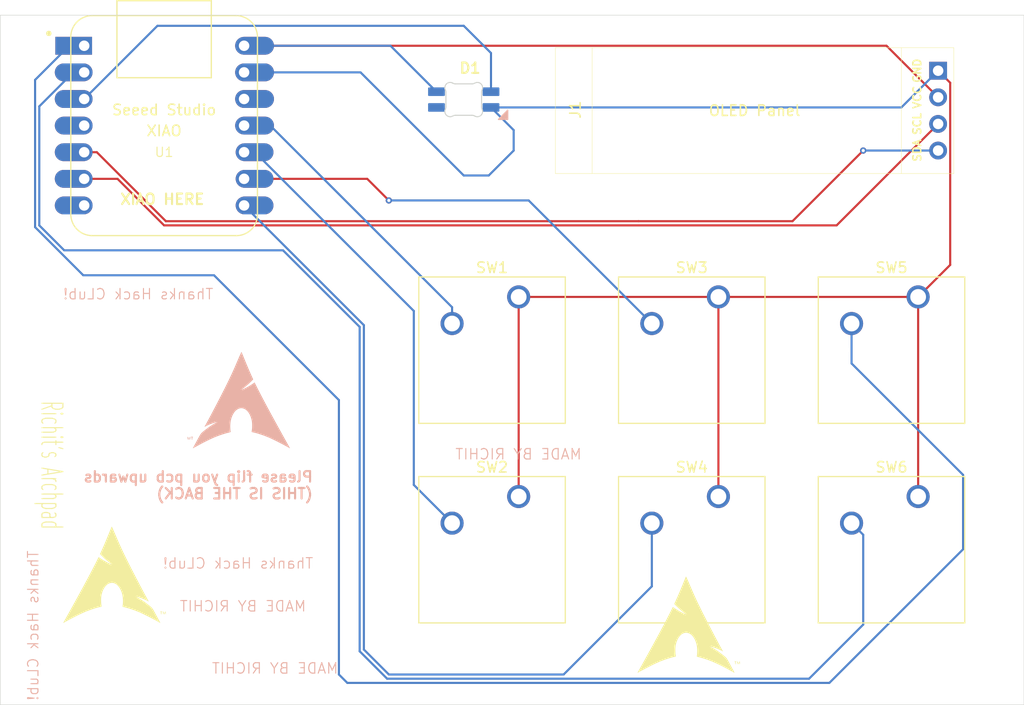
<source format=kicad_pcb>
(kicad_pcb (version 20241229) (generator "pcbnew") (generator_version "9.0")
  (layers (0 "F.Cu" signal) (2 "B.Cu" signal) (13 "F.Paste" user) (15 "B.Paste" user) (5 "F.SilkS" user "F.Silkscreen") (7 "B.SilkS" user "B.Silkscreen") (1 "F.Mask" user) (3 "B.Mask" user) (25 "Edge.Cuts" user))
  (net 0 "")
  (net 1 "Net-(D1-DIN)")
  (net 2 "GND")
  (net 3 "VCC")
  (net 4 "/SCL")
  (net 5 "/SDA")
  (net 6 "Net-(U1-GPIO3{slash}MOSI)")
  (net 7 "Net-(U1-GPIO4{slash}MISO)")
  (net 8 "Net-(U1-GPIO2{slash}SCK)")
  (net 9 "Net-(U1-GPIO1{slash}RX)")
  (net 10 "Net-(U1-GPIO26{slash}ADC0{slash}A0)")
  (net 11 "Net-(U1-GPIO27{slash}ADC1{slash}A1)")
  (footprint "Button_Switch_Keyboard:SW_Cherry_MX_1.00u_PCB" (layer "F.Cu") (at 145.7325 73.50125)
    (property "Reference" "SW2" (at -2.54 -2.794 0) (layer "F.SilkS"))
    (property "Value" "SW_Push")
    (fp_line (start -9.525 -1.905) (end 4.445 -1.905) (stroke (width 0.12)) (layer "F.SilkS"))
    (fp_line (start -9.525 12.065) (end -9.525 -1.905) (stroke (width 0.12)) (layer "F.SilkS"))
    (fp_line (start 4.445 -1.905) (end 4.445 12.065) (stroke (width 0.12)) (layer "F.SilkS"))
    (fp_line (start 4.445 12.065) (end -9.525 12.065) (stroke (width 0.12)) (layer "F.SilkS"))
    (pad "" np_thru_hole circle (at -7.62 5.08) (size 1.7 1.7) (drill 1.7) (layers "*.Cu" "*.Mask"))
    (pad "" np_thru_hole circle (at -2.54 5.08) (size 4 4) (drill 4) (layers "*.Cu" "*.Mask"))
    (pad "" np_thru_hole circle (at 2.54 5.08) (size 1.7 1.7) (drill 1.7) (layers "*.Cu" "*.Mask"))
    (pad "1" thru_hole circle (at 0 0) (size 2.2 2.2) (drill 1.5) (layers "*.Cu" "*.Mask") (net 2 "GND"))
    (pad "2" thru_hole circle (at -6.35 2.54) (size 2.2 2.2) (drill 1.5) (layers "*.Cu" "*.Mask") (net 7 "Net-(U1-GPIO4{slash}MISO)"))
  )
  (footprint "Button_Switch_Keyboard:SW_Cherry_MX_1.00u_PCB" (layer "F.Cu") (at 183.8325 54.45125)
    (property "Reference" "SW5" (at -2.54 -2.794 0) (layer "F.SilkS"))
    (property "Value" "SW_Push")
    (fp_line (start -9.525 -1.905) (end 4.445 -1.905) (stroke (width 0.12)) (layer "F.SilkS"))
    (fp_line (start -9.525 12.065) (end -9.525 -1.905) (stroke (width 0.12)) (layer "F.SilkS"))
    (fp_line (start 4.445 -1.905) (end 4.445 12.065) (stroke (width 0.12)) (layer "F.SilkS"))
    (fp_line (start 4.445 12.065) (end -9.525 12.065) (stroke (width 0.12)) (layer "F.SilkS"))
    (pad "" np_thru_hole circle (at -7.62 5.08) (size 1.7 1.7) (drill 1.7) (layers "*.Cu" "*.Mask"))
    (pad "" np_thru_hole circle (at -2.54 5.08) (size 4 4) (drill 4) (layers "*.Cu" "*.Mask"))
    (pad "" np_thru_hole circle (at 2.54 5.08) (size 1.7 1.7) (drill 1.7) (layers "*.Cu" "*.Mask"))
    (pad "1" thru_hole circle (at 0 0) (size 2.2 2.2) (drill 1.5) (layers "*.Cu" "*.Mask") (net 2 "GND"))
    (pad "2" thru_hole circle (at -6.35 2.54) (size 2.2 2.2) (drill 1.5) (layers "*.Cu" "*.Mask") (net 10 "Net-(U1-GPIO26{slash}ADC0{slash}A0)"))
  )
  (footprint "LOGO" (layer "F.Cu") (at 107.15625 80.9625)
    (property "Reference" "G***" (hide yes))
    (property "Value" "LOGO" (hide yes))
    (fp_poly (pts (xy 4.544113 3.500709) (xy 4.587992 3.509255) (xy 4.601307 3.516923) (xy 4.59439 3.531411) (xy 4.563384 3.536461) (xy 4.536513 3.538552) (xy 4.521547 3.550713) (xy 4.515008 3.581781) (xy 4.513417 3.64059) (xy 4.513384 3.663461) (xy 4.511428 3.734697) (xy 4.504436 3.774291) (xy 4.490728 3.789531) (xy 4.484077 3.790461) (xy 4.467637 3.781983) (xy 4.458501 3.751687) (xy 4.454983 3.692284) (xy 4.454769 3.663461) (xy 4.453551 3.594731) (xy 4.448126 3.556412) (xy 4.435837 3.53987) (xy 4.415692 3.536461) (xy 4.383943 3.528279) (xy 4.376615 3.516923) (xy 4.394271 3.506173) (xy 4.43977 3.499076) (xy 4.482923 3.497384)) (fill yes) (layer "F.SilkS"))
    (fp_poly (pts (xy 4.702117 3.535375) (xy 4.732765 3.603432) (xy 4.740006 3.62324) (xy 4.781173 3.739326) (xy 4.819868 3.62324) (xy 4.849616 3.547274) (xy 4.874913 3.510051) (xy 4.895221 3.511434) (xy 4.910006 3.551284) (xy 4.918729 3.629465) (xy 4.919663 3.648807) (xy 4.920196 3.723675) (xy 4.915321 3.773168) (xy 4.906031 3.790461) (xy 4.894188 3.772827) (xy 4.884549 3.727536) (xy 4.880751 3.687884) (xy 4.874846 3.585307) (xy 4.839083 3.687884) (xy 4.815126 3.744214) (xy 4.791003 3.781472) (xy 4.777211 3.790461) (xy 4.757502 3.773438) (xy 4.732617 3.729192) (xy 4.71194 3.678115) (xy 4.672777 3.565769) (xy 4.671234 3.678115) (xy 4.667125 3.740645) (xy 4.657991 3.780813) (xy 4.649298 3.790461) (xy 4.638617 3.771807) (xy 4.633793 3.718622) (xy 4.634644 3.648807) (xy 4.642293 3.562831) (xy 4.656406 3.51519) (xy 4.676506 3.505999)) (fill yes) (layer "F.SilkS"))
    (fp_poly (pts (xy -0.223794 -4.583767) (xy -0.199955 -4.537382) (xy -0.164239 -4.462159) (xy -0.118277 -4.361688) (xy -0.063699 -4.239564) (xy -0.002136 -4.09938) (xy 0.064781 -3.944728) (xy 0.106912 -3.846279) (xy 0.239899 -3.535453) (xy 0.361435 -3.254276) (xy 0.474584 -2.996118) (xy 0.58241 -2.754347) (xy 0.687978 -2.522332) (xy 0.794354 -2.293443) (xy 0.9046 -2.061048) (xy 1.021782 -1.818515) (xy 1.148964 -1.559215) (xy 1.289212 -1.276515) (xy 1.360736 -1.133231) (xy 1.451455 -0.952729) (xy 1.551848 -0.754671) (xy 1.660401 -0.541937) (xy 1.7756 -0.317409) (xy 1.895935 -0.083965) (xy 2.01989 0.155515) (xy 2.145954 0.39815) (xy 2.272614 0.64106) (xy 2.398357 0.881365) (xy 2.52167 1.116186) (xy 2.64104 1.342642) (xy 2.754954 1.557853) (xy 2.861899 1.75894) (xy 2.960363 1.943022) (xy 3.048832 2.107219) (xy 3.125795 2.248651) (xy 3.189737 2.364439) (xy 3.239146 2.451702) (xy 3.272509 2.50756) (xy 3.276505 2.513769) (xy 3.29371 2.542569) (xy 3.294395 2.555195) (xy 3.274127 2.550807) (xy 3.22847 2.528565) (xy 3.160601 2.491816) (xy 3.027711 2.424767) (xy 2.867475 2.35363) (xy 2.690698 2.282772) (xy 2.508186 2.216556) (xy 2.358406 2.167734) (xy 2.265039 2.139374) (xy 2.185372 2.115755) (xy 2.126696 2.098995) (xy 2.096306 2.091215) (xy 2.094042 2.090919) (xy 2.104612 2.09987) (xy 2.143212 2.123987) (xy 2.203664 2.159542) (xy 2.27623 2.200815) (xy 2.594681 2.392957) (xy 2.920872 2.615915) (xy 3.165814 2.800112) (xy 3.27605 2.88575) (xy 3.367246 2.956475) (xy 3.442682 3.016447) (xy 3.505637 3.069827) (xy 3.559393 3.120776) (xy 3.60723 3.173455) (xy 3.652427 3.232025) (xy 3.698266 3.300645) (xy 3.748026 3.383477) (xy 3.804988 3.484682) (xy 3.872432 3.60842) (xy 3.953639 3.758852) (xy 4.023625 3.888154) (xy 4.106463 4.041075) (xy 4.18301 4.18303) (xy 4.25135 4.310421) (xy 4.309569 4.419647) (xy 4.355752 4.507109) (xy 4.387984 4.569209) (xy 4.404352 4.602348) (xy 4.406005 4.606917) (xy 4.388355 4.599425) (xy 4.341347 4.57538) (xy 4.269721 4.53732) (xy 4.178217 4.48778) (xy 4.071572 4.429298) (xy 3.993262 4.385961) (xy 3.775563 4.267106) (xy 3.544886 4.144874) (xy 3.308347 4.022819) (xy 3.073064 3.904493) (xy 2.846153 3.79345) (xy 2.634732 3.693244) (xy 2.445917 3.607427) (xy 2.354384 3.567692) (xy 2.146689 3.48317) (xy 1.923319 3.398925) (xy 1.69415 3.318297) (xy 1.469058 3.244622) (xy 1.257917 3.181242) (xy 1.070605 3.131494) (xy 1.048538 3.126206) (xy 0.928864 3.09638) (xy 0.846493 3.072142) (xy 0.80012 3.053053) (xy 0.788358 3.03887) (xy 0.802145 2.983518) (xy 0.814433 2.89816) (xy 0.824588 2.791858) (xy 0.831973 2.673674) (xy 0.835956 2.55267) (xy 0.835899 2.437907) (xy 0.834145 2.38542) (xy 0.813803 2.135238) (xy 0.776294 1.91116) (xy 0.719082 1.703058) (xy 0.639629 1.500802) (xy 0.583432 1.384276) (xy 0.470121 1.194725) (xy 0.344587 1.040972) (xy 0.209379 0.92264) (xy 0.067046 0.839349) (xy -0.079864 0.790721) (xy -0.228801 0.776378) (xy -0.377217 0.79594) (xy -0.522563 0.84903) (xy -0.662289 0.935268) (xy -0.793847 1.054277) (xy -0.914688 1.205678) (xy -1.022263 1.389091) (xy -1.114024 1.604139) (xy -1.125939 1.638144) (xy -1.158832 1.744101) (xy -1.190198 1.861496) (xy -1.214684 1.969797) (xy -1.220398 2.000367) (xy -1.23584 2.123126) (xy -1.24537 2.270851) (xy -1.248974 2.431221) (xy -1.24664 2.591911) (xy -1.238357 2.740598) (xy -1.224111 2.86496) (xy -1.221282 2.881755) (xy -1.209963 2.955631) (xy -1.204468 3.013946) (xy -1.205624 3.04676) (xy -1.20731 3.050077) (xy -1.232391 3.059709) (xy -1.284436 3.072989) (xy -1.348154 3.086249) (xy -1.502496 3.120448) (xy -1.685019 3.169387) (xy -1.88875 3.230743) (xy -2.106716 3.302193) (xy -2.331943 3.381414) (xy -2.557457 3.466082) (xy -2.776286 3.553874) (xy -2.868068 3.59264) (xy -2.97317 3.639324) (xy -3.099413 3.697939) (xy -3.24274 3.766398) (xy -3.399089 3.842614) (xy -3.564401 3.924499) (xy -3.734617 4.009966) (xy -3.905677 4.096929) (xy -4.073522 4.183298) (xy -4.234092 4.266988) (xy -4.383327 4.34591) (xy -4.517168 4.417978) (xy -4.631555 4.481104) (xy -4.722428 4.5332) (xy -4.785729 4.57218) (xy -4.815254 4.593838) (xy -4.84453 4.611278) (xy -4.853932 4.597648) (xy -4.843052 4.567115) (xy -4.828592 4.540692) (xy -4.797332 4.484083) (xy -4.751467 4.401247) (xy -4.693194 4.296146) (xy -4.624711 4.172742) (xy -4.548212 4.034995) (xy -4.465896 3.886866) (xy -4.444888 3.849077) (xy -4.158897 3.333945) (xy -3.891308 2.850419) (xy -3.640927 2.396299) (xy -3.406559 1.969385) (xy -3.187007 1.567474) (xy -2.981078 1.188367) (xy -2.787575 0.829862) (xy -2.605304 0.489759) (xy -2.433069 0.165857) (xy -2.269677 -0.144046) (xy -2.11393 -0.442148) (xy -2.100013 -0.468923) (xy -2.019168 -0.62513) (xy -1.937295 -0.784409) (xy -1.856518 -0.942538) (xy -1.84402 -0.967154) (xy -0.214923 -0.967154) (xy -0.205154 -0.957385) (xy -0.195385 -0.967154) (xy -0.205154 -0.976923) (xy -0.214923 -0.967154) (xy -1.84402 -0.967154) (xy -1.778959 -1.095293) (xy -1.706744 -1.238451) (xy -1.641994 -1.367786) (xy -1.586833 -1.479076) (xy -1.543386 -1.568097) (xy -1.513775 -1.630625) (xy -1.500432 -1.661535) (xy -1.488085 -1.676447) (xy -1.463161 -1.667757) (xy -1.43393 -1.647059) (xy -1.233612 -1.505178) (xy -1.004806 -1.362008) (xy -0.757417 -1.223548) (xy -0.610011 -1.148105) (xy -0.501915 -1.095296) (xy -0.406075 -1.049676) (xy -0.327834 -1.01369) (xy -0.272534 -0.989782) (xy -0.245518 -0.980395) (xy -0.243834 -0.980577) (xy -0.25518 -0.994881) (xy -0.29258 -1.027784) (xy -0.350583 -1.074768) (xy -0.423738 -1.131312) (xy -0.44467 -1.147098) (xy -0.588848 -1.260374) (xy -0.748358 -1.394415) (xy -0.913122 -1.540296) (xy -1.073063 -1.689093) (xy -1.218104 -1.831882) (xy -1.219326 -1.833127) (xy -1.354268 -1.970757) (xy -1.186985 -2.338417) (xy -1.075859 -2.586923) (xy -0.952925 -2.869793) (xy -0.819253 -3.184499) (xy -0.675911 -3.528512) (xy -0.523969 -3.899302) (xy -0.44931 -4.083539) (xy -0.396061 -4.21474) (xy -0.347088 -4.334158) (xy -0.304414 -4.43696) (xy -0.270063 -4.518313) (xy -0.246056 -4.573385) (xy -0.234416 -4.597341) (xy -0.234125 -4.597719)) (fill yes) (layer "F.SilkS"))
  )
  (footprint "Button_Switch_Keyboard:SW_Cherry_MX_1.00u_PCB" (layer "F.Cu") (at 183.8325 73.50125)
    (property "Reference" "SW6" (at -2.54 -2.794 0) (layer "F.SilkS"))
    (property "Value" "SW_Push")
    (fp_line (start -9.525 -1.905) (end 4.445 -1.905) (stroke (width 0.12)) (layer "F.SilkS"))
    (fp_line (start -9.525 12.065) (end -9.525 -1.905) (stroke (width 0.12)) (layer "F.SilkS"))
    (fp_line (start 4.445 -1.905) (end 4.445 12.065) (stroke (width 0.12)) (layer "F.SilkS"))
    (fp_line (start 4.445 12.065) (end -9.525 12.065) (stroke (width 0.12)) (layer "F.SilkS"))
    (pad "" np_thru_hole circle (at -7.62 5.08) (size 1.7 1.7) (drill 1.7) (layers "*.Cu" "*.Mask"))
    (pad "" np_thru_hole circle (at -2.54 5.08) (size 4 4) (drill 4) (layers "*.Cu" "*.Mask"))
    (pad "" np_thru_hole circle (at 2.54 5.08) (size 1.7 1.7) (drill 1.7) (layers "*.Cu" "*.Mask"))
    (pad "1" thru_hole circle (at 0 0) (size 2.2 2.2) (drill 1.5) (layers "*.Cu" "*.Mask") (net 2 "GND"))
    (pad "2" thru_hole circle (at -6.35 2.54) (size 2.2 2.2) (drill 1.5) (layers "*.Cu" "*.Mask") (net 11 "Net-(U1-GPIO27{slash}ADC1{slash}A1)"))
  )
  (footprint "Button_Switch_Keyboard:SW_Cherry_MX_1.00u_PCB" (layer "F.Cu") (at 164.7825 73.50125)
    (property "Reference" "SW4" (at -2.54 -2.794 0) (layer "F.SilkS"))
    (property "Value" "SW_Push")
    (fp_line (start -9.525 -1.905) (end 4.445 -1.905) (stroke (width 0.12)) (layer "F.SilkS"))
    (fp_line (start -9.525 12.065) (end -9.525 -1.905) (stroke (width 0.12)) (layer "F.SilkS"))
    (fp_line (start 4.445 -1.905) (end 4.445 12.065) (stroke (width 0.12)) (layer "F.SilkS"))
    (fp_line (start 4.445 12.065) (end -9.525 12.065) (stroke (width 0.12)) (layer "F.SilkS"))
    (pad "" np_thru_hole circle (at -7.62 5.08) (size 1.7 1.7) (drill 1.7) (layers "*.Cu" "*.Mask"))
    (pad "" np_thru_hole circle (at -2.54 5.08) (size 4 4) (drill 4) (layers "*.Cu" "*.Mask"))
    (pad "" np_thru_hole circle (at 2.54 5.08) (size 1.7 1.7) (drill 1.7) (layers "*.Cu" "*.Mask"))
    (pad "1" thru_hole circle (at 0 0) (size 2.2 2.2) (drill 1.5) (layers "*.Cu" "*.Mask") (net 2 "GND"))
    (pad "2" thru_hole circle (at -6.35 2.54) (size 2.2 2.2) (drill 1.5) (layers "*.Cu" "*.Mask") (net 9 "Net-(U1-GPIO1{slash}RX)"))
  )
  (footprint "Button_Switch_Keyboard:SW_Cherry_MX_1.00u_PCB" (layer "F.Cu") (at 145.7325 54.45125)
    (property "Reference" "SW1" (at -2.54 -2.794 0) (layer "F.SilkS"))
    (property "Value" "SW_Push")
    (fp_line (start -9.525 -1.905) (end 4.445 -1.905) (stroke (width 0.12)) (layer "F.SilkS"))
    (fp_line (start -9.525 12.065) (end -9.525 -1.905) (stroke (width 0.12)) (layer "F.SilkS"))
    (fp_line (start 4.445 -1.905) (end 4.445 12.065) (stroke (width 0.12)) (layer "F.SilkS"))
    (fp_line (start 4.445 12.065) (end -9.525 12.065) (stroke (width 0.12)) (layer "F.SilkS"))
    (pad "" np_thru_hole circle (at -7.62 5.08) (size 1.7 1.7) (drill 1.7) (layers "*.Cu" "*.Mask"))
    (pad "" np_thru_hole circle (at -2.54 5.08) (size 4 4) (drill 4) (layers "*.Cu" "*.Mask"))
    (pad "" np_thru_hole circle (at 2.54 5.08) (size 1.7 1.7) (drill 1.7) (layers "*.Cu" "*.Mask"))
    (pad "1" thru_hole circle (at 0 0) (size 2.2 2.2) (drill 1.5) (layers "*.Cu" "*.Mask") (net 2 "GND"))
    (pad "2" thru_hole circle (at -6.35 2.54) (size 2.2 2.2) (drill 1.5) (layers "*.Cu" "*.Mask") (net 6 "Net-(U1-GPIO3{slash}MOSI)"))
  )
  (footprint "footprints:SK6812MINI-E_fixed" (layer "F.Cu") (at 140.49375 35.71875)
    (property "Reference" "D1" (at 0.6 -3.1 0) (layer "F.SilkS") (effects (font (thickness 0.2) (bold yes))))
    (property "Value" "SK6812MINI-E")
    (fp_poly (pts (xy 4.200001 0.897158) (xy 3.300001 1.797158) (xy 4.200001 1.797158)) (stroke (width 0.1)) (fill yes) (layer "B.SilkS"))
    (fp_line (start -1.699998 0.6) (end -1.699998 -0.805684) (stroke (width 0.1)) (layer "Edge.Cuts"))
    (fp_line (start -0.794451 -1.602841) (end 0.794454 -1.602841) (stroke (width 0.1)) (layer "Edge.Cuts"))
    (fp_line (start 0.794453 1.397158) (end -0.794451 1.397158) (stroke (width 0.1)) (layer "Edge.Cuts"))
    (fp_line (start 1.7 -0.805684) (end 1.7 0.6) (stroke (width 0.1)) (layer "Edge.Cuts"))
    (fp_arc (start -1.749483 -1.022562) (mid -1.712526 -0.91691) (end -1.699998 -0.805684) (stroke (width 0.1)) (layer "Edge.Cuts"))
    (fp_arc (start -1.749483 -1.022562) (mid -1.63807 -1.606877) (end -1.04671 -1.671141) (stroke (width 0.1)) (layer "Edge.Cuts"))
    (fp_arc (start -1.699998 0.600001) (mid -1.712526 0.711226) (end -1.749483 0.816878) (stroke (width 0.1)) (layer "Edge.Cuts"))
    (fp_arc (start -1.04671 1.465455) (mid -1.638069 1.401192) (end -1.749483 0.816878) (stroke (width 0.1)) (layer "Edge.Cuts"))
    (fp_arc (start -1.046709 1.465457) (mid -0.925121 1.414535) (end -0.794451 1.397158) (stroke (width 0.1)) (layer "Edge.Cuts"))
    (fp_arc (start -0.794452 -1.602842) (mid -0.925122 -1.620219) (end -1.04671 -1.671141) (stroke (width 0.1)) (layer "Edge.Cuts"))
    (fp_arc (start 0.794453 1.397158) (mid 0.925124 1.414535) (end 1.046712 1.465457) (stroke (width 0.1)) (layer "Edge.Cuts"))
    (fp_arc (start 1.046712 -1.67114) (mid 0.925124 -1.620218) (end 0.794454 -1.602841) (stroke (width 0.1)) (layer "Edge.Cuts"))
    (fp_arc (start 1.046712 -1.67114) (mid 1.638072 -1.606876) (end 1.749485 -1.022562) (stroke (width 0.1)) (layer "Edge.Cuts"))
    (fp_arc (start 1.7 -0.805685) (mid 1.712528 -0.91691) (end 1.749485 -1.022562) (stroke (width 0.1)) (layer "Edge.Cuts"))
    (fp_arc (start 1.749485 0.816877) (mid 1.638073 1.401193) (end 1.046712 1.465457) (stroke (width 0.1)) (layer "Edge.Cuts"))
    (fp_arc (start 1.749485 0.816878) (mid 1.712528 0.711226) (end 1.7 0.6) (stroke (width 0.1)) (layer "Edge.Cuts"))
    (pad "1" smd roundrect (at -2.599999 -0.852842 270) (size 0.82 1.6) (layers "B.Cu" "B.Mask" "B.Paste") (roundrect_rratio 0.1) (net 3 "VCC"))
    (pad "2" smd roundrect (at -2.599999 0.647158 270) (size 0.82 1.6) (layers "B.Cu" "B.Mask" "B.Paste") (roundrect_rratio 0.1))
    (pad "3" smd roundrect (at 2.600001 0.647158 270) (size 0.82 1.6) (layers "B.Cu" "B.Mask" "B.Paste") (roundrect_rratio 0.1) (net 2 "GND"))
    (pad "4" smd roundrect (at 2.600001 -0.852842 270) (size 0.82 1.6) (layers "B.Cu" "B.Mask" "B.Paste") (roundrect_rratio 0.1) (net 1 "Net-(D1-DIN)"))
  )
  (footprint "footprints:XIAO-Generic-Hybrid-14P-2.54-21X17.8MM" (layer "F.Cu") (at 111.91875 38.1)
    (property "Reference" "U1" (at 0 2.54 0) (layer "F.SilkS") (effects (font (size 0.889 0.889) (thickness 0.1016))))
    (property "Value" "XIAO-RP2040-DIP" (hide yes))
    (fp_line (start -8.9 -8.5) (end -8.9 8.5) (stroke (width 0.127)) (layer "F.SilkS"))
    (fp_line (start -6.9 10.5) (end 6.9 10.5) (stroke (width 0.127)) (layer "F.SilkS"))
    (fp_line (start -4.5 -11.92403) (end 4.5 -11.92403) (stroke (width 0.127)) (layer "F.SilkS"))
    (fp_line (start -4.5 -4.57073) (end -4.5 -11.92403) (stroke (width 0.127)) (layer "F.SilkS"))
    (fp_line (start 4.5 -11.92403) (end 4.5 -4.57073) (stroke (width 0.127)) (layer "F.SilkS"))
    (fp_line (start 4.5 -4.57073) (end -4.5 -4.57073) (stroke (width 0.127)) (layer "F.SilkS"))
    (fp_line (start 6.9 -10.49909) (end -6.9 -10.49909) (stroke (width 0.127)) (layer "F.SilkS"))
    (fp_line (start 8.9 8.5) (end 8.9 -8.5) (stroke (width 0.127)) (layer "F.SilkS"))
    (fp_arc (start -8.9 -8.5) (mid -8.301491 -9.901491) (end -6.9 -10.5) (stroke (width 0.12)) (layer "F.SilkS"))
    (fp_arc (start -6.9 10.5) (mid -8.301423 9.901423) (end -8.9 8.5) (stroke (width 0.12)) (layer "F.SilkS"))
    (fp_arc (start 6.9 -10.5) (mid 8.301491 -9.901491) (end 8.9 -8.5) (stroke (width 0.12)) (layer "F.SilkS"))
    (fp_arc (start 8.9 8.5) (mid 8.314214 9.914214) (end 6.9 10.5) (stroke (width 0.12)) (layer "F.SilkS"))
    (fp_circle (center -11 -8.8) (end -11 -9.054) (fill yes) (layer "F.SilkS"))
    (fp_poly (pts (xy -8.887715 -8.561705) (xy -8.884667 -8.610473) (xy -8.880603 -8.659494)) (stroke (width 0.0254)) (fill no) (layer "F.SilkS"))
    (fp_poly (pts (xy 8.889492 8.521574) (xy 8.887713 8.57085) (xy 8.884665 8.619618) (xy 8.880601 8.668639) (xy 8.875268 8.717407) (xy 8.868664 8.766175) (xy 8.861044 8.81469) (xy 8.852153 8.86295) (xy 8.842248 8.910955)) (stroke (width 0.0254)) (fill no) (layer "F.SilkS"))
    (fp_text user "XIAO" (at 0 0.5 0) (layer "F.SilkS"))
    (fp_text user "Seeed Studio" (at 0 -1.5 0) (layer "F.SilkS"))
    (pad "1" thru_hole rect (at -7.625 -7.62) (size 3.5 1.7) (drill 1 (offset -1 0)) (layers "*.Cu" "*.Mask") (net 10 "Net-(U1-GPIO26{slash}ADC0{slash}A0)"))
    (pad "2" thru_hole oval (at -7.625 -5.08) (size 3.6 1.7) (drill 1 (offset -1 0)) (layers "*.Cu" "*.Mask") (net 11 "Net-(U1-GPIO27{slash}ADC1{slash}A1)"))
    (pad "3" thru_hole oval (at -7.625 -2.54) (size 3.6 1.7) (drill 1 (offset -1 0)) (layers "*.Cu" "*.Mask") (net 1 "Net-(D1-DIN)"))
    (pad "4" thru_hole oval (at -7.625 0) (size 3.6 1.7) (drill 1 (offset -1 0)) (layers "*.Cu" "*.Mask"))
    (pad "5" thru_hole oval (at -7.625 2.54) (size 3.6 1.7) (drill 1 (offset -1 0)) (layers "*.Cu" "*.Mask") (net 5 "/SDA"))
    (pad "6" thru_hole oval (at -7.625 5.08 180) (size 3.6 1.7) (drill 1 (offset 1 0)) (layers "*.Cu" "*.Mask") (net 4 "/SCL"))
    (pad "7" thru_hole oval (at -7.625 7.62) (size 3.6 1.7) (drill 1 (offset -1 0)) (layers "*.Cu" "*.Mask"))
    (pad "8" thru_hole oval (at 7.625 7.62) (size 3.6 1.7) (drill 1 (offset 1 0)) (layers "*.Cu" "*.Mask") (net 9 "Net-(U1-GPIO1{slash}RX)"))
    (pad "9" thru_hole oval (at 7.625 5.08) (size 3.6 1.7) (drill 1 (offset 1 0)) (layers "*.Cu" "*.Mask") (net 8 "Net-(U1-GPIO2{slash}SCK)"))
    (pad "10" thru_hole oval (at 7.625 2.54) (size 3.6 1.7) (drill 1 (offset 1 0)) (layers "*.Cu" "*.Mask") (net 7 "Net-(U1-GPIO4{slash}MISO)"))
    (pad "11" thru_hole oval (at 7.625 0) (size 3.7 1.7) (drill 1 (offset 1 0)) (layers "*.Cu" "*.Mask") (net 6 "Net-(U1-GPIO3{slash}MOSI)"))
    (pad "12" thru_hole oval (at 7.625 -2.54) (size 3.7 1.7) (drill 1 (offset 1 0)) (layers "*.Cu" "*.Mask"))
    (pad "13" thru_hole oval (at 7.625 -5.08) (size 3.7 1.7) (drill 1 (offset 1 0)) (layers "*.Cu" "*.Mask") (net 2 "GND"))
    (pad "14" thru_hole oval (at 7.625 -7.62) (size 3.7 1.7) (drill 1 (offset 1 0)) (layers "*.Cu" "*.Mask") (net 3 "VCC"))
  )
  (footprint "LOGO" (layer "F.Cu") (at 161.925 85.725)
    (property "Reference" "G***" (hide yes))
    (property "Value" "LOGO" (hide yes))
    (fp_poly (pts (xy 4.544113 3.500709) (xy 4.587992 3.509255) (xy 4.601307 3.516923) (xy 4.59439 3.531411) (xy 4.563384 3.536461) (xy 4.536513 3.538552) (xy 4.521547 3.550713) (xy 4.515008 3.581781) (xy 4.513417 3.64059) (xy 4.513384 3.663461) (xy 4.511428 3.734697) (xy 4.504436 3.774291) (xy 4.490728 3.789531) (xy 4.484077 3.790461) (xy 4.467637 3.781983) (xy 4.458501 3.751687) (xy 4.454983 3.692284) (xy 4.454769 3.663461) (xy 4.453551 3.594731) (xy 4.448126 3.556412) (xy 4.435837 3.53987) (xy 4.415692 3.536461) (xy 4.383943 3.528279) (xy 4.376615 3.516923) (xy 4.394271 3.506173) (xy 4.43977 3.499076) (xy 4.482923 3.497384)) (fill yes) (layer "F.SilkS"))
    (fp_poly (pts (xy 4.702117 3.535375) (xy 4.732765 3.603432) (xy 4.740006 3.62324) (xy 4.781173 3.739326) (xy 4.819868 3.62324) (xy 4.849616 3.547274) (xy 4.874913 3.510051) (xy 4.895221 3.511434) (xy 4.910006 3.551284) (xy 4.918729 3.629465) (xy 4.919663 3.648807) (xy 4.920196 3.723675) (xy 4.915321 3.773168) (xy 4.906031 3.790461) (xy 4.894188 3.772827) (xy 4.884549 3.727536) (xy 4.880751 3.687884) (xy 4.874846 3.585307) (xy 4.839083 3.687884) (xy 4.815126 3.744214) (xy 4.791003 3.781472) (xy 4.777211 3.790461) (xy 4.757502 3.773438) (xy 4.732617 3.729192) (xy 4.71194 3.678115) (xy 4.672777 3.565769) (xy 4.671234 3.678115) (xy 4.667125 3.740645) (xy 4.657991 3.780813) (xy 4.649298 3.790461) (xy 4.638617 3.771807) (xy 4.633793 3.718622) (xy 4.634644 3.648807) (xy 4.642293 3.562831) (xy 4.656406 3.51519) (xy 4.676506 3.505999)) (fill yes) (layer "F.SilkS"))
    (fp_poly (pts (xy -0.223794 -4.583767) (xy -0.199955 -4.537382) (xy -0.164239 -4.462159) (xy -0.118277 -4.361688) (xy -0.063699 -4.239564) (xy -0.002136 -4.09938) (xy 0.064781 -3.944728) (xy 0.106912 -3.846279) (xy 0.239899 -3.535453) (xy 0.361435 -3.254276) (xy 0.474584 -2.996118) (xy 0.58241 -2.754347) (xy 0.687978 -2.522332) (xy 0.794354 -2.293443) (xy 0.9046 -2.061048) (xy 1.021782 -1.818515) (xy 1.148964 -1.559215) (xy 1.289212 -1.276515) (xy 1.360736 -1.133231) (xy 1.451455 -0.952729) (xy 1.551848 -0.754671) (xy 1.660401 -0.541937) (xy 1.7756 -0.317409) (xy 1.895935 -0.083965) (xy 2.01989 0.155515) (xy 2.145954 0.39815) (xy 2.272614 0.64106) (xy 2.398357 0.881365) (xy 2.52167 1.116186) (xy 2.64104 1.342642) (xy 2.754954 1.557853) (xy 2.861899 1.75894) (xy 2.960363 1.943022) (xy 3.048832 2.107219) (xy 3.125795 2.248651) (xy 3.189737 2.364439) (xy 3.239146 2.451702) (xy 3.272509 2.50756) (xy 3.276505 2.513769) (xy 3.29371 2.542569) (xy 3.294395 2.555195) (xy 3.274127 2.550807) (xy 3.22847 2.528565) (xy 3.160601 2.491816) (xy 3.027711 2.424767) (xy 2.867475 2.35363) (xy 2.690698 2.282772) (xy 2.508186 2.216556) (xy 2.358406 2.167734) (xy 2.265039 2.139374) (xy 2.185372 2.115755) (xy 2.126696 2.098995) (xy 2.096306 2.091215) (xy 2.094042 2.090919) (xy 2.104612 2.09987) (xy 2.143212 2.123987) (xy 2.203664 2.159542) (xy 2.27623 2.200815) (xy 2.594681 2.392957) (xy 2.920872 2.615915) (xy 3.165814 2.800112) (xy 3.27605 2.88575) (xy 3.367246 2.956475) (xy 3.442682 3.016447) (xy 3.505637 3.069827) (xy 3.559393 3.120776) (xy 3.60723 3.173455) (xy 3.652427 3.232025) (xy 3.698266 3.300645) (xy 3.748026 3.383477) (xy 3.804988 3.484682) (xy 3.872432 3.60842) (xy 3.953639 3.758852) (xy 4.023625 3.888154) (xy 4.106463 4.041075) (xy 4.18301 4.18303) (xy 4.25135 4.310421) (xy 4.309569 4.419647) (xy 4.355752 4.507109) (xy 4.387984 4.569209) (xy 4.404352 4.602348) (xy 4.406005 4.606917) (xy 4.388355 4.599425) (xy 4.341347 4.57538) (xy 4.269721 4.53732) (xy 4.178217 4.48778) (xy 4.071572 4.429298) (xy 3.993262 4.385961) (xy 3.775563 4.267106) (xy 3.544886 4.144874) (xy 3.308347 4.022819) (xy 3.073064 3.904493) (xy 2.846153 3.79345) (xy 2.634732 3.693244) (xy 2.445917 3.607427) (xy 2.354384 3.567692) (xy 2.146689 3.48317) (xy 1.923319 3.398925) (xy 1.69415 3.318297) (xy 1.469058 3.244622) (xy 1.257917 3.181242) (xy 1.070605 3.131494) (xy 1.048538 3.126206) (xy 0.928864 3.09638) (xy 0.846493 3.072142) (xy 0.80012 3.053053) (xy 0.788358 3.03887) (xy 0.802145 2.983518) (xy 0.814433 2.89816) (xy 0.824588 2.791858) (xy 0.831973 2.673674) (xy 0.835956 2.55267) (xy 0.835899 2.437907) (xy 0.834145 2.38542) (xy 0.813803 2.135238) (xy 0.776294 1.91116) (xy 0.719082 1.703058) (xy 0.639629 1.500802) (xy 0.583432 1.384276) (xy 0.470121 1.194725) (xy 0.344587 1.040972) (xy 0.209379 0.92264) (xy 0.067046 0.839349) (xy -0.079864 0.790721) (xy -0.228801 0.776378) (xy -0.377217 0.79594) (xy -0.522563 0.84903) (xy -0.662289 0.935268) (xy -0.793847 1.054277) (xy -0.914688 1.205678) (xy -1.022263 1.389091) (xy -1.114024 1.604139) (xy -1.125939 1.638144) (xy -1.158832 1.744101) (xy -1.190198 1.861496) (xy -1.214684 1.969797) (xy -1.220398 2.000367) (xy -1.23584 2.123126) (xy -1.24537 2.270851) (xy -1.248974 2.431221) (xy -1.24664 2.591911) (xy -1.238357 2.740598) (xy -1.224111 2.86496) (xy -1.221282 2.881755) (xy -1.209963 2.955631) (xy -1.204468 3.013946) (xy -1.205624 3.04676) (xy -1.20731 3.050077) (xy -1.232391 3.059709) (xy -1.284436 3.072989) (xy -1.348154 3.086249) (xy -1.502496 3.120448) (xy -1.685019 3.169387) (xy -1.88875 3.230743) (xy -2.106716 3.302193) (xy -2.331943 3.381414) (xy -2.557457 3.466082) (xy -2.776286 3.553874) (xy -2.868068 3.59264) (xy -2.97317 3.639324) (xy -3.099413 3.697939) (xy -3.24274 3.766398) (xy -3.399089 3.842614) (xy -3.564401 3.924499) (xy -3.734617 4.009966) (xy -3.905677 4.096929) (xy -4.073522 4.183298) (xy -4.234092 4.266988) (xy -4.383327 4.34591) (xy -4.517168 4.417978) (xy -4.631555 4.481104) (xy -4.722428 4.5332) (xy -4.785729 4.57218) (xy -4.815254 4.593838) (xy -4.84453 4.611278) (xy -4.853932 4.597648) (xy -4.843052 4.567115) (xy -4.828592 4.540692) (xy -4.797332 4.484083) (xy -4.751467 4.401247) (xy -4.693194 4.296146) (xy -4.624711 4.172742) (xy -4.548212 4.034995) (xy -4.465896 3.886866) (xy -4.444888 3.849077) (xy -4.158897 3.333945) (xy -3.891308 2.850419) (xy -3.640927 2.396299) (xy -3.406559 1.969385) (xy -3.187007 1.567474) (xy -2.981078 1.188367) (xy -2.787575 0.829862) (xy -2.605304 0.489759) (xy -2.433069 0.165857) (xy -2.269677 -0.144046) (xy -2.11393 -0.442148) (xy -2.100013 -0.468923) (xy -2.019168 -0.62513) (xy -1.937295 -0.784409) (xy -1.856518 -0.942538) (xy -1.84402 -0.967154) (xy -0.214923 -0.967154) (xy -0.205154 -0.957385) (xy -0.195385 -0.967154) (xy -0.205154 -0.976923) (xy -0.214923 -0.967154) (xy -1.84402 -0.967154) (xy -1.778959 -1.095293) (xy -1.706744 -1.238451) (xy -1.641994 -1.367786) (xy -1.586833 -1.479076) (xy -1.543386 -1.568097) (xy -1.513775 -1.630625) (xy -1.500432 -1.661535) (xy -1.488085 -1.676447) (xy -1.463161 -1.667757) (xy -1.43393 -1.647059) (xy -1.233612 -1.505178) (xy -1.004806 -1.362008) (xy -0.757417 -1.223548) (xy -0.610011 -1.148105) (xy -0.501915 -1.095296) (xy -0.406075 -1.049676) (xy -0.327834 -1.01369) (xy -0.272534 -0.989782) (xy -0.245518 -0.980395) (xy -0.243834 -0.980577) (xy -0.25518 -0.994881) (xy -0.29258 -1.027784) (xy -0.350583 -1.074768) (xy -0.423738 -1.131312) (xy -0.44467 -1.147098) (xy -0.588848 -1.260374) (xy -0.748358 -1.394415) (xy -0.913122 -1.540296) (xy -1.073063 -1.689093) (xy -1.218104 -1.831882) (xy -1.219326 -1.833127) (xy -1.354268 -1.970757) (xy -1.186985 -2.338417) (xy -1.075859 -2.586923) (xy -0.952925 -2.869793) (xy -0.819253 -3.184499) (xy -0.675911 -3.528512) (xy -0.523969 -3.899302) (xy -0.44931 -4.083539) (xy -0.396061 -4.21474) (xy -0.347088 -4.334158) (xy -0.304414 -4.43696) (xy -0.270063 -4.518313) (xy -0.246056 -4.573385) (xy -0.234416 -4.597341) (xy -0.234125 -4.597719)) (fill yes) (layer "F.SilkS"))
  )
  (footprint "Button_Switch_Keyboard:SW_Cherry_MX_1.00u_PCB" (layer "F.Cu") (at 164.7825 54.45125)
    (property "Reference" "SW3" (at -2.54 -2.794 0) (layer "F.SilkS"))
    (property "Value" "SW_Push")
    (fp_line (start -9.525 -1.905) (end 4.445 -1.905) (stroke (width 0.12)) (layer "F.SilkS"))
    (fp_line (start -9.525 12.065) (end -9.525 -1.905) (stroke (width 0.12)) (layer "F.SilkS"))
    (fp_line (start 4.445 -1.905) (end 4.445 12.065) (stroke (width 0.12)) (layer "F.SilkS"))
    (fp_line (start 4.445 12.065) (end -9.525 12.065) (stroke (width 0.12)) (layer "F.SilkS"))
    (pad "" np_thru_hole circle (at -7.62 5.08) (size 1.7 1.7) (drill 1.7) (layers "*.Cu" "*.Mask"))
    (pad "" np_thru_hole circle (at -2.54 5.08) (size 4 4) (drill 4) (layers "*.Cu" "*.Mask"))
    (pad "" np_thru_hole circle (at 2.54 5.08) (size 1.7 1.7) (drill 1.7) (layers "*.Cu" "*.Mask"))
    (pad "1" thru_hole circle (at 0 0) (size 2.2 2.2) (drill 1.5) (layers "*.Cu" "*.Mask") (net 2 "GND"))
    (pad "2" thru_hole circle (at -6.35 2.54) (size 2.2 2.2) (drill 1.5) (layers "*.Cu" "*.Mask") (net 8 "Net-(U1-GPIO2{slash}SCK)"))
  )
  (footprint "footprints:SSD1306-0.91-OLED-4pin-128x32" (layer "F.Cu") (at 149.2375 30.67125)
    (property "Reference" "J1" (at 1.9 5.91 90) (layer "F.SilkS"))
    (property "Value" "OLED (Conn_01x04_Pin)")
    (fp_line (start 0 0) (end 0 12) (stroke (width 0.04)) (layer "F.SilkS"))
    (fp_line (start 0 12) (end 38 12) (stroke (width 0.04)) (layer "F.SilkS"))
    (fp_line (start 3.5 0) (end 3.5 12) (stroke (width 0.04)) (layer "F.SilkS"))
    (fp_line (start 33 0) (end 33 12) (stroke (width 0.04)) (layer "F.SilkS"))
    (fp_line (start 38 0) (end 0 0) (stroke (width 0.04)) (layer "F.SilkS"))
    (fp_line (start 38 12) (end 38 0) (stroke (width 0.04)) (layer "F.SilkS"))
    (fp_text user "VCC" (at 34.5 4.73 270) (layer "F.SilkS") (effects (font (size 0.75 0.75))))
    (fp_text user "OLED Panel" (at 19 6 0) (layer "F.SilkS"))
    (fp_text user "GND" (at 34.5 2.19 270) (layer "F.SilkS") (effects (font (size 0.75 0.75))))
    (fp_text user "SCL" (at 34.5 7.27 270) (layer "F.SilkS") (effects (font (size 0.75 0.75))))
    (fp_text user "SDA" (at 34.5 9.81 270) (layer "F.SilkS") (effects (font (size 0.75 0.75))))
    (pad "1" thru_hole rect (at 36.5 2.19) (size 1.7 1.7) (drill 1) (layers "*.Cu" "*.Mask") (net 2 "GND"))
    (pad "2" thru_hole oval (at 36.5 4.73) (size 1.7 1.7) (drill 1) (layers "*.Cu" "*.Mask") (net 3 "VCC"))
    (pad "3" thru_hole oval (at 36.5 7.27) (size 1.7 1.7) (drill 1) (layers "*.Cu" "*.Mask") (net 4 "/SCL"))
    (pad "4" thru_hole oval (at 36.5 9.81) (size 1.7 1.7) (drill 1) (layers "*.Cu" "*.Mask") (net 5 "/SDA"))
  )
  (footprint "LOGO" (layer "B.Cu") (at 119.0625 64.29375 180)
    (property "Reference" "G***" (hide yes))
    (property "Value" "LOGO" (hide yes))
    (fp_poly (pts (xy 4.544113 -3.500709) (xy 4.587992 -3.509255) (xy 4.601307 -3.516923) (xy 4.59439 -3.531411) (xy 4.563384 -3.536461) (xy 4.536513 -3.538552) (xy 4.521547 -3.550713) (xy 4.515008 -3.581781) (xy 4.513417 -3.64059) (xy 4.513384 -3.663461) (xy 4.511428 -3.734697) (xy 4.504436 -3.774291) (xy 4.490728 -3.789531) (xy 4.484077 -3.790461) (xy 4.467637 -3.781983) (xy 4.458501 -3.751687) (xy 4.454983 -3.692284) (xy 4.454769 -3.663461) (xy 4.453551 -3.594731) (xy 4.448126 -3.556412) (xy 4.435837 -3.53987) (xy 4.415692 -3.536461) (xy 4.383943 -3.528279) (xy 4.376615 -3.516923) (xy 4.394271 -3.506173) (xy 4.43977 -3.499076) (xy 4.482923 -3.497384)) (fill yes) (layer "B.SilkS"))
    (fp_poly (pts (xy 4.702117 -3.535375) (xy 4.732765 -3.603432) (xy 4.740006 -3.62324) (xy 4.781173 -3.739326) (xy 4.819868 -3.62324) (xy 4.849616 -3.547274) (xy 4.874913 -3.510051) (xy 4.895221 -3.511434) (xy 4.910006 -3.551284) (xy 4.918729 -3.629465) (xy 4.919663 -3.648807) (xy 4.920196 -3.723675) (xy 4.915321 -3.773168) (xy 4.906031 -3.790461) (xy 4.894188 -3.772827) (xy 4.884549 -3.727536) (xy 4.880751 -3.687884) (xy 4.874846 -3.585307) (xy 4.839083 -3.687884) (xy 4.815126 -3.744214) (xy 4.791003 -3.781472) (xy 4.777211 -3.790461) (xy 4.757502 -3.773438) (xy 4.732617 -3.729192) (xy 4.71194 -3.678115) (xy 4.672777 -3.565769) (xy 4.671234 -3.678115) (xy 4.667125 -3.740645) (xy 4.657991 -3.780813) (xy 4.649298 -3.790461) (xy 4.638617 -3.771807) (xy 4.633793 -3.718622) (xy 4.634644 -3.648807) (xy 4.642293 -3.562831) (xy 4.656406 -3.51519) (xy 4.676506 -3.505999)) (fill yes) (layer "B.SilkS"))
    (fp_poly (pts (xy -0.223794 4.583767) (xy -0.199955 4.537382) (xy -0.164239 4.462159) (xy -0.118277 4.361688) (xy -0.063699 4.239564) (xy -0.002136 4.09938) (xy 0.064781 3.944728) (xy 0.106912 3.846279) (xy 0.239899 3.535453) (xy 0.361435 3.254276) (xy 0.474584 2.996118) (xy 0.58241 2.754347) (xy 0.687978 2.522332) (xy 0.794354 2.293443) (xy 0.9046 2.061048) (xy 1.021782 1.818515) (xy 1.148964 1.559215) (xy 1.289212 1.276515) (xy 1.360736 1.133231) (xy 1.451455 0.952729) (xy 1.551848 0.754671) (xy 1.660401 0.541937) (xy 1.7756 0.317409) (xy 1.895935 0.083965) (xy 2.01989 -0.155515) (xy 2.145954 -0.39815) (xy 2.272614 -0.64106) (xy 2.398357 -0.881365) (xy 2.52167 -1.116186) (xy 2.64104 -1.342642) (xy 2.754954 -1.557853) (xy 2.861899 -1.75894) (xy 2.960363 -1.943022) (xy 3.048832 -2.107219) (xy 3.125795 -2.248651) (xy 3.189737 -2.364439) (xy 3.239146 -2.451702) (xy 3.272509 -2.50756) (xy 3.276505 -2.513769) (xy 3.29371 -2.542569) (xy 3.294395 -2.555195) (xy 3.274127 -2.550807) (xy 3.22847 -2.528565) (xy 3.160601 -2.491816) (xy 3.027711 -2.424767) (xy 2.867475 -2.35363) (xy 2.690698 -2.282772) (xy 2.508186 -2.216556) (xy 2.358406 -2.167734) (xy 2.265039 -2.139374) (xy 2.185372 -2.115755) (xy 2.126696 -2.098995) (xy 2.096306 -2.091215) (xy 2.094042 -2.090919) (xy 2.104612 -2.09987) (xy 2.143212 -2.123987) (xy 2.203664 -2.159542) (xy 2.27623 -2.200815) (xy 2.594681 -2.392957) (xy 2.920872 -2.615915) (xy 3.165814 -2.800112) (xy 3.27605 -2.88575) (xy 3.367246 -2.956475) (xy 3.442682 -3.016447) (xy 3.505637 -3.069827) (xy 3.559393 -3.120776) (xy 3.60723 -3.173455) (xy 3.652427 -3.232025) (xy 3.698266 -3.300645) (xy 3.748026 -3.383477) (xy 3.804988 -3.484682) (xy 3.872432 -3.60842) (xy 3.953639 -3.758852) (xy 4.023625 -3.888154) (xy 4.106463 -4.041075) (xy 4.18301 -4.18303) (xy 4.25135 -4.310421) (xy 4.309569 -4.419647) (xy 4.355752 -4.507109) (xy 4.387984 -4.569209) (xy 4.404352 -4.602348) (xy 4.406005 -4.606917) (xy 4.388355 -4.599425) (xy 4.341347 -4.57538) (xy 4.269721 -4.53732) (xy 4.178217 -4.48778) (xy 4.071572 -4.429298) (xy 3.993262 -4.385961) (xy 3.775563 -4.267106) (xy 3.544886 -4.144874) (xy 3.308347 -4.022819) (xy 3.073064 -3.904493) (xy 2.846153 -3.79345) (xy 2.634732 -3.693244) (xy 2.445917 -3.607427) (xy 2.354384 -3.567692) (xy 2.146689 -3.48317) (xy 1.923319 -3.398925) (xy 1.69415 -3.318297) (xy 1.469058 -3.244622) (xy 1.257917 -3.181242) (xy 1.070605 -3.131494) (xy 1.048538 -3.126206) (xy 0.928864 -3.09638) (xy 0.846493 -3.072142) (xy 0.80012 -3.053053) (xy 0.788358 -3.03887) (xy 0.802145 -2.983518) (xy 0.814433 -2.89816) (xy 0.824588 -2.791858) (xy 0.831973 -2.673674) (xy 0.835956 -2.55267) (xy 0.835899 -2.437907) (xy 0.834145 -2.38542) (xy 0.813803 -2.135238) (xy 0.776294 -1.91116) (xy 0.719082 -1.703058) (xy 0.639629 -1.500802) (xy 0.583432 -1.384276) (xy 0.470121 -1.194725) (xy 0.344587 -1.040972) (xy 0.209379 -0.92264) (xy 0.067046 -0.839349) (xy -0.079864 -0.790721) (xy -0.228801 -0.776378) (xy -0.377217 -0.79594) (xy -0.522563 -0.84903) (xy -0.662289 -0.935268) (xy -0.793847 -1.054277) (xy -0.914688 -1.205678) (xy -1.022263 -1.389091) (xy -1.114024 -1.604139) (xy -1.125939 -1.638144) (xy -1.158832 -1.744101) (xy -1.190198 -1.861496) (xy -1.214684 -1.969797) (xy -1.220398 -2.000367) (xy -1.23584 -2.123126) (xy -1.24537 -2.270851) (xy -1.248974 -2.431221) (xy -1.24664 -2.591911) (xy -1.238357 -2.740598) (xy -1.224111 -2.86496) (xy -1.221282 -2.881755) (xy -1.209963 -2.955631) (xy -1.204468 -3.013946) (xy -1.205624 -3.04676) (xy -1.20731 -3.050077) (xy -1.232391 -3.059709) (xy -1.284436 -3.072989) (xy -1.348154 -3.086249) (xy -1.502496 -3.120448) (xy -1.685019 -3.169387) (xy -1.88875 -3.230743) (xy -2.106716 -3.302193) (xy -2.331943 -3.381414) (xy -2.557457 -3.466082) (xy -2.776286 -3.553874) (xy -2.868068 -3.59264) (xy -2.97317 -3.639324) (xy -3.099413 -3.697939) (xy -3.24274 -3.766398) (xy -3.399089 -3.842614) (xy -3.564401 -3.924499) (xy -3.734617 -4.009966) (xy -3.905677 -4.096929) (xy -4.073522 -4.183298) (xy -4.234092 -4.266988) (xy -4.383327 -4.34591) (xy -4.517168 -4.417978) (xy -4.631555 -4.481104) (xy -4.722428 -4.5332) (xy -4.785729 -4.57218) (xy -4.815254 -4.593838) (xy -4.84453 -4.611278) (xy -4.853932 -4.597648) (xy -4.843052 -4.567115) (xy -4.828592 -4.540692) (xy -4.797332 -4.484083) (xy -4.751467 -4.401247) (xy -4.693194 -4.296146) (xy -4.624711 -4.172742) (xy -4.548212 -4.034995) (xy -4.465896 -3.886866) (xy -4.444888 -3.849077) (xy -4.158897 -3.333945) (xy -3.891308 -2.850419) (xy -3.640927 -2.396299) (xy -3.406559 -1.969385) (xy -3.187007 -1.567474) (xy -2.981078 -1.188367) (xy -2.787575 -0.829862) (xy -2.605304 -0.489759) (xy -2.433069 -0.165857) (xy -2.269677 0.144046) (xy -2.11393 0.442148) (xy -2.100013 0.468923) (xy -2.019168 0.62513) (xy -1.937295 0.784409) (xy -1.856518 0.942538) (xy -1.84402 0.967154) (xy -0.214923 0.967154) (xy -0.205154 0.957385) (xy -0.195385 0.967154) (xy -0.205154 0.976923) (xy -0.214923 0.967154) (xy -1.84402 0.967154) (xy -1.778959 1.095293) (xy -1.706744 1.238451) (xy -1.641994 1.367786) (xy -1.586833 1.479076) (xy -1.543386 1.568097) (xy -1.513775 1.630625) (xy -1.500432 1.661535) (xy -1.488085 1.676447) (xy -1.463161 1.667757) (xy -1.43393 1.647059) (xy -1.233612 1.505178) (xy -1.004806 1.362008) (xy -0.757417 1.223548) (xy -0.610011 1.148105) (xy -0.501915 1.095296) (xy -0.406075 1.049676) (xy -0.327834 1.01369) (xy -0.272534 0.989782) (xy -0.245518 0.980395) (xy -0.243834 0.980577) (xy -0.25518 0.994881) (xy -0.29258 1.027784) (xy -0.350583 1.074768) (xy -0.423738 1.131312) (xy -0.44467 1.147098) (xy -0.588848 1.260374) (xy -0.748358 1.394415) (xy -0.913122 1.540296) (xy -1.073063 1.689093) (xy -1.218104 1.831882) (xy -1.219326 1.833127) (xy -1.354268 1.970757) (xy -1.186985 2.338417) (xy -1.075859 2.586923) (xy -0.952925 2.869793) (xy -0.819253 3.184499) (xy -0.675911 3.528512) (xy -0.523969 3.899302) (xy -0.44931 4.083539) (xy -0.396061 4.21474) (xy -0.347088 4.334158) (xy -0.304414 4.43696) (xy -0.270063 4.518313) (xy -0.246056 4.573385) (xy -0.234416 4.597341) (xy -0.234125 4.597719)) (fill yes) (layer "B.SilkS"))
  )
  (gr_rect (start 96.289976 27.561118) (end 193.921226 93.376834) (stroke (width 0.05)) (fill no) (layer "Edge.Cuts"))
  (gr_text "XIAO HERE" (at 107.6375 45.72 0) (layer "F.SilkS") (effects (font (size 1 1) (thickness 0.2) (bold yes)) (justify left bottom)))
  (gr_text "Richit's Archpad" (at 100.0125 64.29375 270) (layer "F.SilkS") (effects (font (size 2 1) (thickness 0.1)) (justify left bottom)))
  (gr_text "MADE BY RICHIT\n" (at 128.5875 90.4875 0) (layer "B.SilkS") (effects (font (size 1 1) (thickness 0.1)) (justify left bottom mirror)))
  (gr_text "Thanks Hack CLub!\n" (at 126.20625 80.463712 0) (layer "B.SilkS") (effects (font (size 1 1) (thickness 0.1)) (justify left bottom mirror)))
  (gr_text "Thanks Hack CLub!\n" (at 116.68125 54.76875 0) (layer "B.SilkS") (effects (font (size 1 1) (thickness 0.1)) (justify left bottom mirror)))
  (gr_text "Please flip you pcb upwards\n(THIS IS THE BACK)" (at 126.20625 73.81875 0) (layer "B.SilkS") (effects (font (size 1 1) (thickness 0.2) (bold yes)) (justify left bottom mirror)))
  (gr_text "MADE BY RICHIT\n" (at 151.803498 70.047397 0) (layer "B.SilkS") (effects (font (size 1 1) (thickness 0.1)) (justify left bottom mirror)))
  (gr_text "Thanks Hack CLub!\n" (at 100.0125 78.58125 90) (layer "B.SilkS") (effects (font (size 1 1) (thickness 0.1)) (justify left bottom mirror)))
  (gr_text "MADE BY RICHIT\n" (at 125.524056 84.556875 0) (layer "B.SilkS") (effects (font (size 1 1) (thickness 0.1)) (justify left bottom mirror)))
  (segment (start 111.27875 28.575) (end 104.29375 35.56) (width 0.2) (layer "B.Cu") (net 1))
  (segment (start 140.49375 28.575) (end 111.27875 28.575) (width 0.2) (layer "B.Cu") (net 1))
  (segment (start 143.093751 34.865908) (end 143.093751 31.175001) (width 0.2) (layer "B.Cu") (net 1))
  (segment (start 143.093751 31.175001) (end 140.49375 28.575) (width 0.2) (layer "B.Cu") (net 1))
  (segment (start 164.7825 54.45125) (end 145.7325 54.45125) (width 0.2) (layer "F.Cu") (net 2))
  (segment (start 183.8325 54.45125) (end 164.7825 54.45125) (width 0.2) (layer "F.Cu") (net 2))
  (segment (start 164.7825 73.50125) (end 164.7825 54.45125) (width 0.2) (layer "F.Cu") (net 2))
  (segment (start 183.8325 73.50125) (end 183.8325 54.45125) (width 0.2) (layer "F.Cu") (net 2))
  (segment (start 186.8885 51.39525) (end 183.8325 54.45125) (width 0.2) (layer "F.Cu") (net 2))
  (segment (start 185.7375 32.86125) (end 186.8885 34.01225) (width 0.2) (layer "F.Cu") (net 2))
  (segment (start 186.8885 34.01225) (end 186.8885 51.39525) (width 0.2) (layer "F.Cu") (net 2))
  (segment (start 145.7325 73.50125) (end 145.7325 54.45125) (width 0.2) (layer "F.Cu") (net 2))
  (segment (start 182.232842 36.365908) (end 143.093751 36.365908) (width 0.2) (layer "B.Cu") (net 2))
  (segment (start 185.7375 32.86125) (end 182.232842 36.365908) (width 0.2) (layer "B.Cu") (net 2))
  (segment (start 145.25625 38.528407) (end 145.25625 40.48125) (width 0.2) (layer "B.Cu") (net 2))
  (segment (start 130.65125 33.02) (end 119.54375 33.02) (width 0.2) (layer "B.Cu") (net 2))
  (segment (start 142.875 42.8625) (end 140.49375 42.8625) (width 0.2) (layer "B.Cu") (net 2))
  (segment (start 143.093751 36.365908) (end 145.25625 38.528407) (width 0.2) (layer "B.Cu") (net 2))
  (segment (start 140.49375 42.8625) (end 130.65125 33.02) (width 0.2) (layer "B.Cu") (net 2))
  (segment (start 145.25625 40.48125) (end 142.875 42.8625) (width 0.2) (layer "B.Cu") (net 2))
  (segment (start 185.7375 35.40125) (end 180.81625 30.48) (width 0.2) (layer "F.Cu") (net 3))
  (segment (start 180.81625 30.48) (end 119.54375 30.48) (width 0.2) (layer "F.Cu") (net 3))
  (segment (start 119.54375 30.48) (end 133.507843 30.48) (width 0.2) (layer "B.Cu") (net 3))
  (segment (start 133.507843 30.48) (end 137.893751 34.865908) (width 0.2) (layer "B.Cu") (net 3))
  (segment (start 111.91875 47.625) (end 107.47375 43.18) (width 0.2) (layer "F.Cu") (net 4))
  (segment (start 185.7375 37.94125) (end 176.05375 47.625) (width 0.2) (layer "F.Cu") (net 4))
  (segment (start 107.47375 43.18) (end 104.29375 43.18) (width 0.2) (layer "F.Cu") (net 4))
  (segment (start 176.05375 47.625) (end 111.91875 47.625) (width 0.2) (layer "F.Cu") (net 4))
  (segment (start 105.50085 40.64) (end 112.08485 47.224) (width 0.2) (layer "F.Cu") (net 5))
  (segment (start 171.851 47.224) (end 178.59375 40.48125) (width 0.2) (layer "F.Cu") (net 5))
  (segment (start 104.29375 40.64) (end 105.50085 40.64) (width 0.2) (layer "F.Cu") (net 5))
  (segment (start 112.08485 47.224) (end 157.1625 47.224) (width 0.2) (layer "F.Cu") (net 5))
  (segment (start 157.1625 47.224) (end 171.851 47.224) (width 0.2) (layer "F.Cu") (net 5))
  (via (at 178.59375 40.48125) (size 0.6) (drill 0.3) (layers "F.Cu" "B.Cu") (net 5))
  (segment (start 178.59375 40.48125) (end 185.7375 40.48125) (width 0.2) (layer "B.Cu") (net 5))
  (segment (start 139.3825 55.435616) (end 122.046884 38.1) (width 0.2) (layer "B.Cu") (net 6))
  (segment (start 122.046884 38.1) (end 119.54375 38.1) (width 0.2) (layer "B.Cu") (net 6))
  (segment (start 139.3825 56.99125) (end 139.3825 55.435616) (width 0.2) (layer "B.Cu") (net 6))
  (segment (start 120.58151 40.64) (end 135.73125 55.78974) (width 0.2) (layer "B.Cu") (net 7))
  (segment (start 135.73125 72.39) (end 139.3825 76.04125) (width 0.2) (layer "B.Cu") (net 7))
  (segment (start 135.73125 55.78974) (end 135.73125 72.39) (width 0.2) (layer "B.Cu") (net 7))
  (segment (start 119.54375 40.64) (end 120.58151 40.64) (width 0.2) (layer "B.Cu") (net 7))
  (segment (start 131.28625 43.18) (end 119.54375 43.18) (width 0.2) (layer "F.Cu") (net 8))
  (segment (start 133.35 45.24375) (end 131.28625 43.18) (width 0.2) (layer "F.Cu") (net 8))
  (via (at 133.35 45.24375) (size 0.6) (drill 0.3) (layers "F.Cu" "B.Cu") (net 8))
  (segment (start 158.4325 56.99125) (end 146.685 45.24375) (width 0.2) (layer "B.Cu") (net 8))
  (segment (start 146.685 45.24375) (end 133.35 45.24375) (width 0.2) (layer "B.Cu") (net 8))
  (segment (start 133.35 90.4875) (end 150.01875 90.4875) (width 0.2) (layer "B.Cu") (net 9))
  (segment (start 150.01875 90.4875) (end 158.4325 82.07375) (width 0.2) (layer "B.Cu") (net 9))
  (segment (start 158.4325 82.07375) (end 158.4325 76.04125) (width 0.2) (layer "B.Cu") (net 9))
  (segment (start 130.96875 88.10625) (end 133.35 90.4875) (width 0.2) (layer "B.Cu") (net 9))
  (segment (start 119.54375 45.72) (end 130.96875 57.145) (width 0.2) (layer "B.Cu") (net 9))
  (segment (start 130.96875 57.145) (end 130.96875 88.10625) (width 0.2) (layer "B.Cu") (net 9))
  (segment (start 104.29375 30.48) (end 102.87 30.48) (width 0.2) (layer "B.Cu") (net 10))
  (segment (start 175.36272 91.2895) (end 188.11875 78.53347) (width 0.2) (layer "B.Cu") (net 10))
  (segment (start 177.4825 60.80125) (end 177.4825 56.99125) (width 0.2) (layer "B.Cu") (net 10))
  (segment (start 188.11875 71.4375) (end 177.4825 60.80125) (width 0.2) (layer "B.Cu") (net 10))
  (segment (start 128.5875 64.29375) (end 128.5875 90.4875) (width 0.2) (layer "B.Cu") (net 10))
  (segment (start 99.6115 47.7911) (end 104.2079 52.3875) (width 0.2) (layer "B.Cu") (net 10))
  (segment (start 99.6115 33.7385) (end 99.6115 47.7911) (width 0.2) (layer "B.Cu") (net 10))
  (segment (start 102.87 30.48) (end 99.6115 33.7385) (width 0.2) (layer "B.Cu") (net 10))
  (segment (start 116.68125 52.3875) (end 128.5875 64.29375) (width 0.2) (layer "B.Cu") (net 10))
  (segment (start 104.2079 52.3875) (end 116.68125 52.3875) (width 0.2) (layer "B.Cu") (net 10))
  (segment (start 188.11875 78.53347) (end 188.11875 71.4375) (width 0.2) (layer "B.Cu") (net 10))
  (segment (start 128.5875 90.4875) (end 129.3895 91.2895) (width 0.2) (layer "B.Cu") (net 10))
  (segment (start 129.3895 91.2895) (end 175.36272 91.2895) (width 0.2) (layer "B.Cu") (net 10))
  (segment (start 133.1839 90.8885) (end 130.56775 88.27235) (width 0.2) (layer "B.Cu") (net 11))
  (segment (start 100.0125 47.625) (end 100.0125 36.26349) (width 0.2) (layer "B.Cu") (net 11))
  (segment (start 130.56775 88.27235) (end 130.56775 57.3111) (width 0.2) (layer "B.Cu") (net 11))
  (segment (start 178.59375 77.1525) (end 178.59375 85.725) (width 0.2) (layer "B.Cu") (net 11))
  (segment (start 178.59375 85.725) (end 173.43025 90.8885) (width 0.2) (layer "B.Cu") (net 11))
  (segment (start 102.39375 50.00625) (end 100.0125 47.625) (width 0.2) (layer "B.Cu") (net 11))
  (segment (start 177.4825 76.04125) (end 178.59375 77.1525) (width 0.2) (layer "B.Cu") (net 11))
  (segment (start 123.2629 50.00625) (end 102.39375 50.00625) (width 0.2) (layer "B.Cu") (net 11))
  (segment (start 173.43025 90.8885) (end 133.1839 90.8885) (width 0.2) (layer "B.Cu") (net 11))
  (segment (start 103.25599 33.02) (end 104.29375 33.02) (width 0.2) (layer "B.Cu") (net 11))
  (segment (start 100.0125 36.26349) (end 103.25599 33.02) (width 0.2) (layer "B.Cu") (net 11))
  (segment (start 130.56775 57.3111) (end 123.2629 50.00625) (width 0.2) (layer "B.Cu") (net 11))
)
</source>
